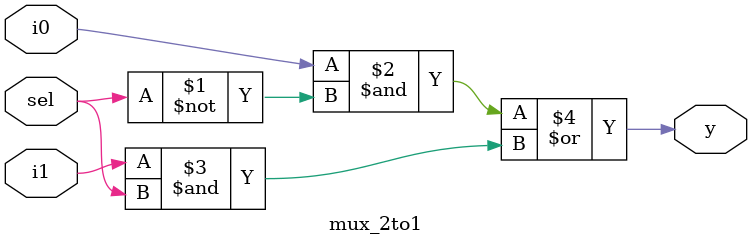
<source format=v>
module mux_2to1 (
	input wire i0,
	input wire i1,
	input wire sel,
	output wire y
);

	assign y = (i0 & ~sel) | (i1 & sel);

endmodule

</source>
